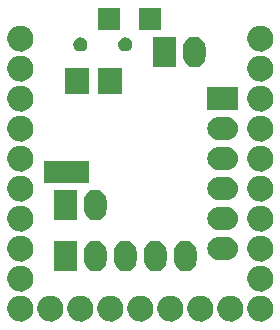
<source format=gbr>
G04 #@! TF.FileFunction,Soldermask,Bot*
%FSLAX46Y46*%
G04 Gerber Fmt 4.6, Leading zero omitted, Abs format (unit mm)*
G04 Created by KiCad (PCBNEW 0.201512051503+6347~38~ubuntu14.04.1-stable) date Sun 13 Dec 2015 13:51:11 CET*
%MOMM*%
G01*
G04 APERTURE LIST*
%ADD10C,0.100000*%
G04 APERTURE END LIST*
D10*
G36*
X138545538Y-114470726D02*
X138756852Y-114514103D01*
X138955721Y-114597699D01*
X139134563Y-114718330D01*
X139286569Y-114871401D01*
X139405948Y-115051080D01*
X139488153Y-115250525D01*
X139529848Y-115461101D01*
X139529848Y-115461132D01*
X139530047Y-115462139D01*
X139526606Y-115708534D01*
X139526380Y-115709531D01*
X139526379Y-115709567D01*
X139478821Y-115918891D01*
X139391077Y-116115969D01*
X139266728Y-116292245D01*
X139110506Y-116441012D01*
X138928369Y-116556600D01*
X138727243Y-116634611D01*
X138514800Y-116672071D01*
X138299126Y-116667553D01*
X138088434Y-116621230D01*
X137890758Y-116534867D01*
X137713613Y-116411749D01*
X137563760Y-116256571D01*
X137446902Y-116075243D01*
X137367491Y-115874673D01*
X137328547Y-115662488D01*
X137331560Y-115446792D01*
X137376412Y-115235780D01*
X137461392Y-115037505D01*
X137583269Y-114859508D01*
X137737396Y-114708576D01*
X137917904Y-114590455D01*
X138117922Y-114509643D01*
X138329823Y-114469220D01*
X138545538Y-114470726D01*
X138545538Y-114470726D01*
G37*
G36*
X141085538Y-114470726D02*
X141296852Y-114514103D01*
X141495721Y-114597699D01*
X141674563Y-114718330D01*
X141826569Y-114871401D01*
X141945948Y-115051080D01*
X142028153Y-115250525D01*
X142069848Y-115461101D01*
X142069848Y-115461132D01*
X142070047Y-115462139D01*
X142066606Y-115708534D01*
X142066380Y-115709531D01*
X142066379Y-115709567D01*
X142018821Y-115918891D01*
X141931077Y-116115969D01*
X141806728Y-116292245D01*
X141650506Y-116441012D01*
X141468369Y-116556600D01*
X141267243Y-116634611D01*
X141054800Y-116672071D01*
X140839126Y-116667553D01*
X140628434Y-116621230D01*
X140430758Y-116534867D01*
X140253613Y-116411749D01*
X140103760Y-116256571D01*
X139986902Y-116075243D01*
X139907491Y-115874673D01*
X139868547Y-115662488D01*
X139871560Y-115446792D01*
X139916412Y-115235780D01*
X140001392Y-115037505D01*
X140123269Y-114859508D01*
X140277396Y-114708576D01*
X140457904Y-114590455D01*
X140657922Y-114509643D01*
X140869823Y-114469220D01*
X141085538Y-114470726D01*
X141085538Y-114470726D01*
G37*
G36*
X143625538Y-114470726D02*
X143836852Y-114514103D01*
X144035721Y-114597699D01*
X144214563Y-114718330D01*
X144366569Y-114871401D01*
X144485948Y-115051080D01*
X144568153Y-115250525D01*
X144609848Y-115461101D01*
X144609848Y-115461132D01*
X144610047Y-115462139D01*
X144606606Y-115708534D01*
X144606380Y-115709531D01*
X144606379Y-115709567D01*
X144558821Y-115918891D01*
X144471077Y-116115969D01*
X144346728Y-116292245D01*
X144190506Y-116441012D01*
X144008369Y-116556600D01*
X143807243Y-116634611D01*
X143594800Y-116672071D01*
X143379126Y-116667553D01*
X143168434Y-116621230D01*
X142970758Y-116534867D01*
X142793613Y-116411749D01*
X142643760Y-116256571D01*
X142526902Y-116075243D01*
X142447491Y-115874673D01*
X142408547Y-115662488D01*
X142411560Y-115446792D01*
X142456412Y-115235780D01*
X142541392Y-115037505D01*
X142663269Y-114859508D01*
X142817396Y-114708576D01*
X142997904Y-114590455D01*
X143197922Y-114509643D01*
X143409823Y-114469220D01*
X143625538Y-114470726D01*
X143625538Y-114470726D01*
G37*
G36*
X146165538Y-114470726D02*
X146376852Y-114514103D01*
X146575721Y-114597699D01*
X146754563Y-114718330D01*
X146906569Y-114871401D01*
X147025948Y-115051080D01*
X147108153Y-115250525D01*
X147149848Y-115461101D01*
X147149848Y-115461132D01*
X147150047Y-115462139D01*
X147146606Y-115708534D01*
X147146380Y-115709531D01*
X147146379Y-115709567D01*
X147098821Y-115918891D01*
X147011077Y-116115969D01*
X146886728Y-116292245D01*
X146730506Y-116441012D01*
X146548369Y-116556600D01*
X146347243Y-116634611D01*
X146134800Y-116672071D01*
X145919126Y-116667553D01*
X145708434Y-116621230D01*
X145510758Y-116534867D01*
X145333613Y-116411749D01*
X145183760Y-116256571D01*
X145066902Y-116075243D01*
X144987491Y-115874673D01*
X144948547Y-115662488D01*
X144951560Y-115446792D01*
X144996412Y-115235780D01*
X145081392Y-115037505D01*
X145203269Y-114859508D01*
X145357396Y-114708576D01*
X145537904Y-114590455D01*
X145737922Y-114509643D01*
X145949823Y-114469220D01*
X146165538Y-114470726D01*
X146165538Y-114470726D01*
G37*
G36*
X148705538Y-114470726D02*
X148916852Y-114514103D01*
X149115721Y-114597699D01*
X149294563Y-114718330D01*
X149446569Y-114871401D01*
X149565948Y-115051080D01*
X149648153Y-115250525D01*
X149689848Y-115461101D01*
X149689848Y-115461132D01*
X149690047Y-115462139D01*
X149686606Y-115708534D01*
X149686380Y-115709531D01*
X149686379Y-115709567D01*
X149638821Y-115918891D01*
X149551077Y-116115969D01*
X149426728Y-116292245D01*
X149270506Y-116441012D01*
X149088369Y-116556600D01*
X148887243Y-116634611D01*
X148674800Y-116672071D01*
X148459126Y-116667553D01*
X148248434Y-116621230D01*
X148050758Y-116534867D01*
X147873613Y-116411749D01*
X147723760Y-116256571D01*
X147606902Y-116075243D01*
X147527491Y-115874673D01*
X147488547Y-115662488D01*
X147491560Y-115446792D01*
X147536412Y-115235780D01*
X147621392Y-115037505D01*
X147743269Y-114859508D01*
X147897396Y-114708576D01*
X148077904Y-114590455D01*
X148277922Y-114509643D01*
X148489823Y-114469220D01*
X148705538Y-114470726D01*
X148705538Y-114470726D01*
G37*
G36*
X153785538Y-114470726D02*
X153996852Y-114514103D01*
X154195721Y-114597699D01*
X154374563Y-114718330D01*
X154526569Y-114871401D01*
X154645948Y-115051080D01*
X154728153Y-115250525D01*
X154769848Y-115461101D01*
X154769848Y-115461132D01*
X154770047Y-115462139D01*
X154766606Y-115708534D01*
X154766380Y-115709531D01*
X154766379Y-115709567D01*
X154718821Y-115918891D01*
X154631077Y-116115969D01*
X154506728Y-116292245D01*
X154350506Y-116441012D01*
X154168369Y-116556600D01*
X153967243Y-116634611D01*
X153754800Y-116672071D01*
X153539126Y-116667553D01*
X153328434Y-116621230D01*
X153130758Y-116534867D01*
X152953613Y-116411749D01*
X152803760Y-116256571D01*
X152686902Y-116075243D01*
X152607491Y-115874673D01*
X152568547Y-115662488D01*
X152571560Y-115446792D01*
X152616412Y-115235780D01*
X152701392Y-115037505D01*
X152823269Y-114859508D01*
X152977396Y-114708576D01*
X153157904Y-114590455D01*
X153357922Y-114509643D01*
X153569823Y-114469220D01*
X153785538Y-114470726D01*
X153785538Y-114470726D01*
G37*
G36*
X156325538Y-114470726D02*
X156536852Y-114514103D01*
X156735721Y-114597699D01*
X156914563Y-114718330D01*
X157066569Y-114871401D01*
X157185948Y-115051080D01*
X157268153Y-115250525D01*
X157309848Y-115461101D01*
X157309848Y-115461132D01*
X157310047Y-115462139D01*
X157306606Y-115708534D01*
X157306380Y-115709531D01*
X157306379Y-115709567D01*
X157258821Y-115918891D01*
X157171077Y-116115969D01*
X157046728Y-116292245D01*
X156890506Y-116441012D01*
X156708369Y-116556600D01*
X156507243Y-116634611D01*
X156294800Y-116672071D01*
X156079126Y-116667553D01*
X155868434Y-116621230D01*
X155670758Y-116534867D01*
X155493613Y-116411749D01*
X155343760Y-116256571D01*
X155226902Y-116075243D01*
X155147491Y-115874673D01*
X155108547Y-115662488D01*
X155111560Y-115446792D01*
X155156412Y-115235780D01*
X155241392Y-115037505D01*
X155363269Y-114859508D01*
X155517396Y-114708576D01*
X155697904Y-114590455D01*
X155897922Y-114509643D01*
X156109823Y-114469220D01*
X156325538Y-114470726D01*
X156325538Y-114470726D01*
G37*
G36*
X158865538Y-114470726D02*
X159076852Y-114514103D01*
X159275721Y-114597699D01*
X159454563Y-114718330D01*
X159606569Y-114871401D01*
X159725948Y-115051080D01*
X159808153Y-115250525D01*
X159849848Y-115461101D01*
X159849848Y-115461132D01*
X159850047Y-115462139D01*
X159846606Y-115708534D01*
X159846380Y-115709531D01*
X159846379Y-115709567D01*
X159798821Y-115918891D01*
X159711077Y-116115969D01*
X159586728Y-116292245D01*
X159430506Y-116441012D01*
X159248369Y-116556600D01*
X159047243Y-116634611D01*
X158834800Y-116672071D01*
X158619126Y-116667553D01*
X158408434Y-116621230D01*
X158210758Y-116534867D01*
X158033613Y-116411749D01*
X157883760Y-116256571D01*
X157766902Y-116075243D01*
X157687491Y-115874673D01*
X157648547Y-115662488D01*
X157651560Y-115446792D01*
X157696412Y-115235780D01*
X157781392Y-115037505D01*
X157903269Y-114859508D01*
X158057396Y-114708576D01*
X158237904Y-114590455D01*
X158437922Y-114509643D01*
X158649823Y-114469220D01*
X158865538Y-114470726D01*
X158865538Y-114470726D01*
G37*
G36*
X151245538Y-114470726D02*
X151456852Y-114514103D01*
X151655721Y-114597699D01*
X151834563Y-114718330D01*
X151986569Y-114871401D01*
X152105948Y-115051080D01*
X152188153Y-115250525D01*
X152229848Y-115461101D01*
X152229848Y-115461132D01*
X152230047Y-115462139D01*
X152226606Y-115708534D01*
X152226380Y-115709531D01*
X152226379Y-115709567D01*
X152178821Y-115918891D01*
X152091077Y-116115969D01*
X151966728Y-116292245D01*
X151810506Y-116441012D01*
X151628369Y-116556600D01*
X151427243Y-116634611D01*
X151214800Y-116672071D01*
X150999126Y-116667553D01*
X150788434Y-116621230D01*
X150590758Y-116534867D01*
X150413613Y-116411749D01*
X150263760Y-116256571D01*
X150146902Y-116075243D01*
X150067491Y-115874673D01*
X150028547Y-115662488D01*
X150031560Y-115446792D01*
X150076412Y-115235780D01*
X150161392Y-115037505D01*
X150283269Y-114859508D01*
X150437396Y-114708576D01*
X150617904Y-114590455D01*
X150817922Y-114509643D01*
X151029823Y-114469220D01*
X151245538Y-114470726D01*
X151245538Y-114470726D01*
G37*
G36*
X158865538Y-111930726D02*
X159076852Y-111974103D01*
X159275721Y-112057699D01*
X159454563Y-112178330D01*
X159606569Y-112331401D01*
X159725948Y-112511080D01*
X159808153Y-112710525D01*
X159849848Y-112921101D01*
X159849848Y-112921132D01*
X159850047Y-112922139D01*
X159846606Y-113168534D01*
X159846380Y-113169531D01*
X159846379Y-113169567D01*
X159798821Y-113378891D01*
X159711077Y-113575969D01*
X159586728Y-113752245D01*
X159430506Y-113901012D01*
X159248369Y-114016600D01*
X159047243Y-114094611D01*
X158834800Y-114132071D01*
X158619126Y-114127553D01*
X158408434Y-114081230D01*
X158210758Y-113994867D01*
X158033613Y-113871749D01*
X157883760Y-113716571D01*
X157766902Y-113535243D01*
X157687491Y-113334673D01*
X157648547Y-113122488D01*
X157651560Y-112906792D01*
X157696412Y-112695780D01*
X157781392Y-112497505D01*
X157903269Y-112319508D01*
X158057396Y-112168576D01*
X158237904Y-112050455D01*
X158437922Y-111969643D01*
X158649823Y-111929220D01*
X158865538Y-111930726D01*
X158865538Y-111930726D01*
G37*
G36*
X138545538Y-111930726D02*
X138756852Y-111974103D01*
X138955721Y-112057699D01*
X139134563Y-112178330D01*
X139286569Y-112331401D01*
X139405948Y-112511080D01*
X139488153Y-112710525D01*
X139529848Y-112921101D01*
X139529848Y-112921132D01*
X139530047Y-112922139D01*
X139526606Y-113168534D01*
X139526380Y-113169531D01*
X139526379Y-113169567D01*
X139478821Y-113378891D01*
X139391077Y-113575969D01*
X139266728Y-113752245D01*
X139110506Y-113901012D01*
X138928369Y-114016600D01*
X138727243Y-114094611D01*
X138514800Y-114132071D01*
X138299126Y-114127553D01*
X138088434Y-114081230D01*
X137890758Y-113994867D01*
X137713613Y-113871749D01*
X137563760Y-113716571D01*
X137446902Y-113535243D01*
X137367491Y-113334673D01*
X137328547Y-113122488D01*
X137331560Y-112906792D01*
X137376412Y-112695780D01*
X137461392Y-112497505D01*
X137583269Y-112319508D01*
X137737396Y-112168576D01*
X137917904Y-112050455D01*
X138117922Y-111969643D01*
X138329823Y-111929220D01*
X138545538Y-111930726D01*
X138545538Y-111930726D01*
G37*
G36*
X152593290Y-109838517D02*
X152593327Y-109838528D01*
X152593437Y-109838540D01*
X152772790Y-109894059D01*
X152937944Y-109983357D01*
X153082607Y-110103033D01*
X153201270Y-110248528D01*
X153289413Y-110414301D01*
X153343679Y-110594038D01*
X153362000Y-110780891D01*
X153362000Y-111469367D01*
X153361951Y-111476452D01*
X153361948Y-111476475D01*
X153361906Y-111482541D01*
X153340978Y-111669120D01*
X153284208Y-111848081D01*
X153193759Y-112012607D01*
X153073076Y-112156432D01*
X152926756Y-112274076D01*
X152760372Y-112361060D01*
X152580261Y-112414069D01*
X152580162Y-112414078D01*
X152580128Y-112414088D01*
X152393286Y-112431092D01*
X152206710Y-112411483D01*
X152206673Y-112411472D01*
X152206563Y-112411460D01*
X152027210Y-112355941D01*
X151862056Y-112266643D01*
X151717393Y-112146967D01*
X151598730Y-112001472D01*
X151510587Y-111835699D01*
X151456321Y-111655962D01*
X151438000Y-111469109D01*
X151438000Y-110780633D01*
X151438049Y-110773548D01*
X151438052Y-110773525D01*
X151438094Y-110767459D01*
X151459022Y-110580880D01*
X151515792Y-110401919D01*
X151606241Y-110237393D01*
X151726924Y-110093568D01*
X151873244Y-109975924D01*
X152039628Y-109888940D01*
X152219739Y-109835931D01*
X152219838Y-109835922D01*
X152219872Y-109835912D01*
X152406714Y-109818908D01*
X152593290Y-109838517D01*
X152593290Y-109838517D01*
G37*
G36*
X150053290Y-109838517D02*
X150053327Y-109838528D01*
X150053437Y-109838540D01*
X150232790Y-109894059D01*
X150397944Y-109983357D01*
X150542607Y-110103033D01*
X150661270Y-110248528D01*
X150749413Y-110414301D01*
X150803679Y-110594038D01*
X150822000Y-110780891D01*
X150822000Y-111469367D01*
X150821951Y-111476452D01*
X150821948Y-111476475D01*
X150821906Y-111482541D01*
X150800978Y-111669120D01*
X150744208Y-111848081D01*
X150653759Y-112012607D01*
X150533076Y-112156432D01*
X150386756Y-112274076D01*
X150220372Y-112361060D01*
X150040261Y-112414069D01*
X150040162Y-112414078D01*
X150040128Y-112414088D01*
X149853286Y-112431092D01*
X149666710Y-112411483D01*
X149666673Y-112411472D01*
X149666563Y-112411460D01*
X149487210Y-112355941D01*
X149322056Y-112266643D01*
X149177393Y-112146967D01*
X149058730Y-112001472D01*
X148970587Y-111835699D01*
X148916321Y-111655962D01*
X148898000Y-111469109D01*
X148898000Y-110780633D01*
X148898049Y-110773548D01*
X148898052Y-110773525D01*
X148898094Y-110767459D01*
X148919022Y-110580880D01*
X148975792Y-110401919D01*
X149066241Y-110237393D01*
X149186924Y-110093568D01*
X149333244Y-109975924D01*
X149499628Y-109888940D01*
X149679739Y-109835931D01*
X149679838Y-109835922D01*
X149679872Y-109835912D01*
X149866714Y-109818908D01*
X150053290Y-109838517D01*
X150053290Y-109838517D01*
G37*
G36*
X147513290Y-109838517D02*
X147513327Y-109838528D01*
X147513437Y-109838540D01*
X147692790Y-109894059D01*
X147857944Y-109983357D01*
X148002607Y-110103033D01*
X148121270Y-110248528D01*
X148209413Y-110414301D01*
X148263679Y-110594038D01*
X148282000Y-110780891D01*
X148282000Y-111469367D01*
X148281951Y-111476452D01*
X148281948Y-111476475D01*
X148281906Y-111482541D01*
X148260978Y-111669120D01*
X148204208Y-111848081D01*
X148113759Y-112012607D01*
X147993076Y-112156432D01*
X147846756Y-112274076D01*
X147680372Y-112361060D01*
X147500261Y-112414069D01*
X147500162Y-112414078D01*
X147500128Y-112414088D01*
X147313286Y-112431092D01*
X147126710Y-112411483D01*
X147126673Y-112411472D01*
X147126563Y-112411460D01*
X146947210Y-112355941D01*
X146782056Y-112266643D01*
X146637393Y-112146967D01*
X146518730Y-112001472D01*
X146430587Y-111835699D01*
X146376321Y-111655962D01*
X146358000Y-111469109D01*
X146358000Y-110780633D01*
X146358049Y-110773548D01*
X146358052Y-110773525D01*
X146358094Y-110767459D01*
X146379022Y-110580880D01*
X146435792Y-110401919D01*
X146526241Y-110237393D01*
X146646924Y-110093568D01*
X146793244Y-109975924D01*
X146959628Y-109888940D01*
X147139739Y-109835931D01*
X147139838Y-109835922D01*
X147139872Y-109835912D01*
X147326714Y-109818908D01*
X147513290Y-109838517D01*
X147513290Y-109838517D01*
G37*
G36*
X144973290Y-109838517D02*
X144973327Y-109838528D01*
X144973437Y-109838540D01*
X145152790Y-109894059D01*
X145317944Y-109983357D01*
X145462607Y-110103033D01*
X145581270Y-110248528D01*
X145669413Y-110414301D01*
X145723679Y-110594038D01*
X145742000Y-110780891D01*
X145742000Y-111469367D01*
X145741951Y-111476452D01*
X145741948Y-111476475D01*
X145741906Y-111482541D01*
X145720978Y-111669120D01*
X145664208Y-111848081D01*
X145573759Y-112012607D01*
X145453076Y-112156432D01*
X145306756Y-112274076D01*
X145140372Y-112361060D01*
X144960261Y-112414069D01*
X144960162Y-112414078D01*
X144960128Y-112414088D01*
X144773286Y-112431092D01*
X144586710Y-112411483D01*
X144586673Y-112411472D01*
X144586563Y-112411460D01*
X144407210Y-112355941D01*
X144242056Y-112266643D01*
X144097393Y-112146967D01*
X143978730Y-112001472D01*
X143890587Y-111835699D01*
X143836321Y-111655962D01*
X143818000Y-111469109D01*
X143818000Y-110780633D01*
X143818049Y-110773548D01*
X143818052Y-110773525D01*
X143818094Y-110767459D01*
X143839022Y-110580880D01*
X143895792Y-110401919D01*
X143986241Y-110237393D01*
X144106924Y-110093568D01*
X144253244Y-109975924D01*
X144419628Y-109888940D01*
X144599739Y-109835931D01*
X144599838Y-109835922D01*
X144599872Y-109835912D01*
X144786714Y-109818908D01*
X144973290Y-109838517D01*
X144973290Y-109838517D01*
G37*
G36*
X143202000Y-112424820D02*
X141278000Y-112424820D01*
X141278000Y-109825180D01*
X143202000Y-109825180D01*
X143202000Y-112424820D01*
X143202000Y-112424820D01*
G37*
G36*
X138545538Y-109390726D02*
X138756852Y-109434103D01*
X138955721Y-109517699D01*
X139134563Y-109638330D01*
X139286569Y-109791401D01*
X139405948Y-109971080D01*
X139488153Y-110170525D01*
X139529848Y-110381101D01*
X139529848Y-110381132D01*
X139530047Y-110382139D01*
X139526606Y-110628534D01*
X139526380Y-110629531D01*
X139526379Y-110629567D01*
X139478821Y-110838891D01*
X139391077Y-111035969D01*
X139266728Y-111212245D01*
X139110506Y-111361012D01*
X138928369Y-111476600D01*
X138727243Y-111554611D01*
X138514800Y-111592071D01*
X138299126Y-111587553D01*
X138088434Y-111541230D01*
X137890758Y-111454867D01*
X137713613Y-111331749D01*
X137563760Y-111176571D01*
X137446902Y-110995243D01*
X137367491Y-110794673D01*
X137328547Y-110582488D01*
X137331560Y-110366792D01*
X137376412Y-110155780D01*
X137461392Y-109957505D01*
X137583269Y-109779508D01*
X137737396Y-109628576D01*
X137917904Y-109510455D01*
X138117922Y-109429643D01*
X138329823Y-109389220D01*
X138545538Y-109390726D01*
X138545538Y-109390726D01*
G37*
G36*
X158865538Y-109390726D02*
X159076852Y-109434103D01*
X159275721Y-109517699D01*
X159454563Y-109638330D01*
X159606569Y-109791401D01*
X159725948Y-109971080D01*
X159808153Y-110170525D01*
X159849848Y-110381101D01*
X159849848Y-110381132D01*
X159850047Y-110382139D01*
X159846606Y-110628534D01*
X159846380Y-110629531D01*
X159846379Y-110629567D01*
X159798821Y-110838891D01*
X159711077Y-111035969D01*
X159586728Y-111212245D01*
X159430506Y-111361012D01*
X159248369Y-111476600D01*
X159047243Y-111554611D01*
X158834800Y-111592071D01*
X158619126Y-111587553D01*
X158408434Y-111541230D01*
X158210758Y-111454867D01*
X158033613Y-111331749D01*
X157883760Y-111176571D01*
X157766902Y-110995243D01*
X157687491Y-110794673D01*
X157648547Y-110582488D01*
X157651560Y-110366792D01*
X157696412Y-110155780D01*
X157781392Y-109957505D01*
X157903269Y-109779508D01*
X158057396Y-109628576D01*
X158237904Y-109510455D01*
X158437922Y-109429643D01*
X158649823Y-109389220D01*
X158865538Y-109390726D01*
X158865538Y-109390726D01*
G37*
G36*
X155926452Y-109528049D02*
X155926475Y-109528052D01*
X155932541Y-109528094D01*
X156119120Y-109549022D01*
X156298081Y-109605792D01*
X156462607Y-109696241D01*
X156606432Y-109816924D01*
X156724076Y-109963244D01*
X156811060Y-110129628D01*
X156864069Y-110309739D01*
X156864078Y-110309838D01*
X156864088Y-110309872D01*
X156881092Y-110496714D01*
X156861483Y-110683290D01*
X156861472Y-110683327D01*
X156861460Y-110683437D01*
X156805941Y-110862790D01*
X156716643Y-111027944D01*
X156596967Y-111172607D01*
X156451472Y-111291270D01*
X156285699Y-111379413D01*
X156105962Y-111433679D01*
X155919109Y-111452000D01*
X155230633Y-111452000D01*
X155223548Y-111451951D01*
X155223525Y-111451948D01*
X155217459Y-111451906D01*
X155030880Y-111430978D01*
X154851919Y-111374208D01*
X154687393Y-111283759D01*
X154543568Y-111163076D01*
X154425924Y-111016756D01*
X154338940Y-110850372D01*
X154285931Y-110670261D01*
X154285922Y-110670162D01*
X154285912Y-110670128D01*
X154268908Y-110483286D01*
X154288517Y-110296710D01*
X154288528Y-110296673D01*
X154288540Y-110296563D01*
X154344059Y-110117210D01*
X154433357Y-109952056D01*
X154553033Y-109807393D01*
X154698528Y-109688730D01*
X154864301Y-109600587D01*
X155044038Y-109546321D01*
X155230891Y-109528000D01*
X155919367Y-109528000D01*
X155926452Y-109528049D01*
X155926452Y-109528049D01*
G37*
G36*
X138545538Y-106850726D02*
X138756852Y-106894103D01*
X138955721Y-106977699D01*
X139134563Y-107098330D01*
X139286569Y-107251401D01*
X139405948Y-107431080D01*
X139488153Y-107630525D01*
X139529848Y-107841101D01*
X139529848Y-107841132D01*
X139530047Y-107842139D01*
X139526606Y-108088534D01*
X139526380Y-108089531D01*
X139526379Y-108089567D01*
X139478821Y-108298891D01*
X139391077Y-108495969D01*
X139266728Y-108672245D01*
X139110506Y-108821012D01*
X138928369Y-108936600D01*
X138727243Y-109014611D01*
X138514800Y-109052071D01*
X138299126Y-109047553D01*
X138088434Y-109001230D01*
X137890758Y-108914867D01*
X137713613Y-108791749D01*
X137563760Y-108636571D01*
X137446902Y-108455243D01*
X137367491Y-108254673D01*
X137328547Y-108042488D01*
X137331560Y-107826792D01*
X137376412Y-107615780D01*
X137461392Y-107417505D01*
X137583269Y-107239508D01*
X137737396Y-107088576D01*
X137917904Y-106970455D01*
X138117922Y-106889643D01*
X138329823Y-106849220D01*
X138545538Y-106850726D01*
X138545538Y-106850726D01*
G37*
G36*
X158865538Y-106850726D02*
X159076852Y-106894103D01*
X159275721Y-106977699D01*
X159454563Y-107098330D01*
X159606569Y-107251401D01*
X159725948Y-107431080D01*
X159808153Y-107630525D01*
X159849848Y-107841101D01*
X159849848Y-107841132D01*
X159850047Y-107842139D01*
X159846606Y-108088534D01*
X159846380Y-108089531D01*
X159846379Y-108089567D01*
X159798821Y-108298891D01*
X159711077Y-108495969D01*
X159586728Y-108672245D01*
X159430506Y-108821012D01*
X159248369Y-108936600D01*
X159047243Y-109014611D01*
X158834800Y-109052071D01*
X158619126Y-109047553D01*
X158408434Y-109001230D01*
X158210758Y-108914867D01*
X158033613Y-108791749D01*
X157883760Y-108636571D01*
X157766902Y-108455243D01*
X157687491Y-108254673D01*
X157648547Y-108042488D01*
X157651560Y-107826792D01*
X157696412Y-107615780D01*
X157781392Y-107417505D01*
X157903269Y-107239508D01*
X158057396Y-107088576D01*
X158237904Y-106970455D01*
X158437922Y-106889643D01*
X158649823Y-106849220D01*
X158865538Y-106850726D01*
X158865538Y-106850726D01*
G37*
G36*
X155926452Y-106988049D02*
X155926475Y-106988052D01*
X155932541Y-106988094D01*
X156119120Y-107009022D01*
X156298081Y-107065792D01*
X156462607Y-107156241D01*
X156606432Y-107276924D01*
X156724076Y-107423244D01*
X156811060Y-107589628D01*
X156864069Y-107769739D01*
X156864078Y-107769838D01*
X156864088Y-107769872D01*
X156881092Y-107956714D01*
X156861483Y-108143290D01*
X156861472Y-108143327D01*
X156861460Y-108143437D01*
X156805941Y-108322790D01*
X156716643Y-108487944D01*
X156596967Y-108632607D01*
X156451472Y-108751270D01*
X156285699Y-108839413D01*
X156105962Y-108893679D01*
X155919109Y-108912000D01*
X155230633Y-108912000D01*
X155223548Y-108911951D01*
X155223525Y-108911948D01*
X155217459Y-108911906D01*
X155030880Y-108890978D01*
X154851919Y-108834208D01*
X154687393Y-108743759D01*
X154543568Y-108623076D01*
X154425924Y-108476756D01*
X154338940Y-108310372D01*
X154285931Y-108130261D01*
X154285922Y-108130162D01*
X154285912Y-108130128D01*
X154268908Y-107943286D01*
X154288517Y-107756710D01*
X154288528Y-107756673D01*
X154288540Y-107756563D01*
X154344059Y-107577210D01*
X154433357Y-107412056D01*
X154553033Y-107267393D01*
X154698528Y-107148730D01*
X154864301Y-107060587D01*
X155044038Y-107006321D01*
X155230891Y-106988000D01*
X155919367Y-106988000D01*
X155926452Y-106988049D01*
X155926452Y-106988049D01*
G37*
G36*
X144973290Y-105520517D02*
X144973327Y-105520528D01*
X144973437Y-105520540D01*
X145152790Y-105576059D01*
X145317944Y-105665357D01*
X145462607Y-105785033D01*
X145581270Y-105930528D01*
X145669413Y-106096301D01*
X145723679Y-106276038D01*
X145742000Y-106462891D01*
X145742000Y-107151367D01*
X145741951Y-107158452D01*
X145741948Y-107158475D01*
X145741906Y-107164541D01*
X145720978Y-107351120D01*
X145664208Y-107530081D01*
X145573759Y-107694607D01*
X145453076Y-107838432D01*
X145306756Y-107956076D01*
X145140372Y-108043060D01*
X144960261Y-108096069D01*
X144960162Y-108096078D01*
X144960128Y-108096088D01*
X144773286Y-108113092D01*
X144586710Y-108093483D01*
X144586673Y-108093472D01*
X144586563Y-108093460D01*
X144407210Y-108037941D01*
X144242056Y-107948643D01*
X144097393Y-107828967D01*
X143978730Y-107683472D01*
X143890587Y-107517699D01*
X143836321Y-107337962D01*
X143818000Y-107151109D01*
X143818000Y-106462633D01*
X143818049Y-106455548D01*
X143818052Y-106455525D01*
X143818094Y-106449459D01*
X143839022Y-106262880D01*
X143895792Y-106083919D01*
X143986241Y-105919393D01*
X144106924Y-105775568D01*
X144253244Y-105657924D01*
X144419628Y-105570940D01*
X144599739Y-105517931D01*
X144599838Y-105517922D01*
X144599872Y-105517912D01*
X144786714Y-105500908D01*
X144973290Y-105520517D01*
X144973290Y-105520517D01*
G37*
G36*
X143202000Y-108106820D02*
X141278000Y-108106820D01*
X141278000Y-105507180D01*
X143202000Y-105507180D01*
X143202000Y-108106820D01*
X143202000Y-108106820D01*
G37*
G36*
X138545538Y-104310726D02*
X138756852Y-104354103D01*
X138955721Y-104437699D01*
X139134563Y-104558330D01*
X139286569Y-104711401D01*
X139405948Y-104891080D01*
X139488153Y-105090525D01*
X139529848Y-105301101D01*
X139529848Y-105301132D01*
X139530047Y-105302139D01*
X139526606Y-105548534D01*
X139526380Y-105549531D01*
X139526379Y-105549567D01*
X139478821Y-105758891D01*
X139391077Y-105955969D01*
X139266728Y-106132245D01*
X139110506Y-106281012D01*
X138928369Y-106396600D01*
X138727243Y-106474611D01*
X138514800Y-106512071D01*
X138299126Y-106507553D01*
X138088434Y-106461230D01*
X137890758Y-106374867D01*
X137713613Y-106251749D01*
X137563760Y-106096571D01*
X137446902Y-105915243D01*
X137367491Y-105714673D01*
X137328547Y-105502488D01*
X137331560Y-105286792D01*
X137376412Y-105075780D01*
X137461392Y-104877505D01*
X137583269Y-104699508D01*
X137737396Y-104548576D01*
X137917904Y-104430455D01*
X138117922Y-104349643D01*
X138329823Y-104309220D01*
X138545538Y-104310726D01*
X138545538Y-104310726D01*
G37*
G36*
X158865538Y-104310726D02*
X159076852Y-104354103D01*
X159275721Y-104437699D01*
X159454563Y-104558330D01*
X159606569Y-104711401D01*
X159725948Y-104891080D01*
X159808153Y-105090525D01*
X159849848Y-105301101D01*
X159849848Y-105301132D01*
X159850047Y-105302139D01*
X159846606Y-105548534D01*
X159846380Y-105549531D01*
X159846379Y-105549567D01*
X159798821Y-105758891D01*
X159711077Y-105955969D01*
X159586728Y-106132245D01*
X159430506Y-106281012D01*
X159248369Y-106396600D01*
X159047243Y-106474611D01*
X158834800Y-106512071D01*
X158619126Y-106507553D01*
X158408434Y-106461230D01*
X158210758Y-106374867D01*
X158033613Y-106251749D01*
X157883760Y-106096571D01*
X157766902Y-105915243D01*
X157687491Y-105714673D01*
X157648547Y-105502488D01*
X157651560Y-105286792D01*
X157696412Y-105075780D01*
X157781392Y-104877505D01*
X157903269Y-104699508D01*
X158057396Y-104548576D01*
X158237904Y-104430455D01*
X158437922Y-104349643D01*
X158649823Y-104309220D01*
X158865538Y-104310726D01*
X158865538Y-104310726D01*
G37*
G36*
X155926452Y-104448049D02*
X155926475Y-104448052D01*
X155932541Y-104448094D01*
X156119120Y-104469022D01*
X156298081Y-104525792D01*
X156462607Y-104616241D01*
X156606432Y-104736924D01*
X156724076Y-104883244D01*
X156811060Y-105049628D01*
X156864069Y-105229739D01*
X156864078Y-105229838D01*
X156864088Y-105229872D01*
X156881092Y-105416714D01*
X156861483Y-105603290D01*
X156861472Y-105603327D01*
X156861460Y-105603437D01*
X156805941Y-105782790D01*
X156716643Y-105947944D01*
X156596967Y-106092607D01*
X156451472Y-106211270D01*
X156285699Y-106299413D01*
X156105962Y-106353679D01*
X155919109Y-106372000D01*
X155230633Y-106372000D01*
X155223548Y-106371951D01*
X155223525Y-106371948D01*
X155217459Y-106371906D01*
X155030880Y-106350978D01*
X154851919Y-106294208D01*
X154687393Y-106203759D01*
X154543568Y-106083076D01*
X154425924Y-105936756D01*
X154338940Y-105770372D01*
X154285931Y-105590261D01*
X154285922Y-105590162D01*
X154285912Y-105590128D01*
X154268908Y-105403286D01*
X154288517Y-105216710D01*
X154288528Y-105216673D01*
X154288540Y-105216563D01*
X154344059Y-105037210D01*
X154433357Y-104872056D01*
X154553033Y-104727393D01*
X154698528Y-104608730D01*
X154864301Y-104520587D01*
X155044038Y-104466321D01*
X155230891Y-104448000D01*
X155919367Y-104448000D01*
X155926452Y-104448049D01*
X155926452Y-104448049D01*
G37*
G36*
X144206570Y-104963570D02*
X140400430Y-104963570D01*
X140400430Y-103062430D01*
X144206570Y-103062430D01*
X144206570Y-104963570D01*
X144206570Y-104963570D01*
G37*
G36*
X138545538Y-101770726D02*
X138756852Y-101814103D01*
X138955721Y-101897699D01*
X139134563Y-102018330D01*
X139286569Y-102171401D01*
X139405948Y-102351080D01*
X139488153Y-102550525D01*
X139529848Y-102761101D01*
X139529848Y-102761132D01*
X139530047Y-102762139D01*
X139526606Y-103008534D01*
X139526380Y-103009531D01*
X139526379Y-103009567D01*
X139478821Y-103218891D01*
X139391077Y-103415969D01*
X139266728Y-103592245D01*
X139110506Y-103741012D01*
X138928369Y-103856600D01*
X138727243Y-103934611D01*
X138514800Y-103972071D01*
X138299126Y-103967553D01*
X138088434Y-103921230D01*
X137890758Y-103834867D01*
X137713613Y-103711749D01*
X137563760Y-103556571D01*
X137446902Y-103375243D01*
X137367491Y-103174673D01*
X137328547Y-102962488D01*
X137331560Y-102746792D01*
X137376412Y-102535780D01*
X137461392Y-102337505D01*
X137583269Y-102159508D01*
X137737396Y-102008576D01*
X137917904Y-101890455D01*
X138117922Y-101809643D01*
X138329823Y-101769220D01*
X138545538Y-101770726D01*
X138545538Y-101770726D01*
G37*
G36*
X158865538Y-101770726D02*
X159076852Y-101814103D01*
X159275721Y-101897699D01*
X159454563Y-102018330D01*
X159606569Y-102171401D01*
X159725948Y-102351080D01*
X159808153Y-102550525D01*
X159849848Y-102761101D01*
X159849848Y-102761132D01*
X159850047Y-102762139D01*
X159846606Y-103008534D01*
X159846380Y-103009531D01*
X159846379Y-103009567D01*
X159798821Y-103218891D01*
X159711077Y-103415969D01*
X159586728Y-103592245D01*
X159430506Y-103741012D01*
X159248369Y-103856600D01*
X159047243Y-103934611D01*
X158834800Y-103972071D01*
X158619126Y-103967553D01*
X158408434Y-103921230D01*
X158210758Y-103834867D01*
X158033613Y-103711749D01*
X157883760Y-103556571D01*
X157766902Y-103375243D01*
X157687491Y-103174673D01*
X157648547Y-102962488D01*
X157651560Y-102746792D01*
X157696412Y-102535780D01*
X157781392Y-102337505D01*
X157903269Y-102159508D01*
X158057396Y-102008576D01*
X158237904Y-101890455D01*
X158437922Y-101809643D01*
X158649823Y-101769220D01*
X158865538Y-101770726D01*
X158865538Y-101770726D01*
G37*
G36*
X155926452Y-101908049D02*
X155926475Y-101908052D01*
X155932541Y-101908094D01*
X156119120Y-101929022D01*
X156298081Y-101985792D01*
X156462607Y-102076241D01*
X156606432Y-102196924D01*
X156724076Y-102343244D01*
X156811060Y-102509628D01*
X156864069Y-102689739D01*
X156864078Y-102689838D01*
X156864088Y-102689872D01*
X156881092Y-102876714D01*
X156861483Y-103063290D01*
X156861472Y-103063327D01*
X156861460Y-103063437D01*
X156805941Y-103242790D01*
X156716643Y-103407944D01*
X156596967Y-103552607D01*
X156451472Y-103671270D01*
X156285699Y-103759413D01*
X156105962Y-103813679D01*
X155919109Y-103832000D01*
X155230633Y-103832000D01*
X155223548Y-103831951D01*
X155223525Y-103831948D01*
X155217459Y-103831906D01*
X155030880Y-103810978D01*
X154851919Y-103754208D01*
X154687393Y-103663759D01*
X154543568Y-103543076D01*
X154425924Y-103396756D01*
X154338940Y-103230372D01*
X154285931Y-103050261D01*
X154285922Y-103050162D01*
X154285912Y-103050128D01*
X154268908Y-102863286D01*
X154288517Y-102676710D01*
X154288528Y-102676673D01*
X154288540Y-102676563D01*
X154344059Y-102497210D01*
X154433357Y-102332056D01*
X154553033Y-102187393D01*
X154698528Y-102068730D01*
X154864301Y-101980587D01*
X155044038Y-101926321D01*
X155230891Y-101908000D01*
X155919367Y-101908000D01*
X155926452Y-101908049D01*
X155926452Y-101908049D01*
G37*
G36*
X138545538Y-99230726D02*
X138756852Y-99274103D01*
X138955721Y-99357699D01*
X139134563Y-99478330D01*
X139286569Y-99631401D01*
X139405948Y-99811080D01*
X139488153Y-100010525D01*
X139529848Y-100221101D01*
X139529848Y-100221132D01*
X139530047Y-100222139D01*
X139526606Y-100468534D01*
X139526380Y-100469531D01*
X139526379Y-100469567D01*
X139478821Y-100678891D01*
X139391077Y-100875969D01*
X139266728Y-101052245D01*
X139110506Y-101201012D01*
X138928369Y-101316600D01*
X138727243Y-101394611D01*
X138514800Y-101432071D01*
X138299126Y-101427553D01*
X138088434Y-101381230D01*
X137890758Y-101294867D01*
X137713613Y-101171749D01*
X137563760Y-101016571D01*
X137446902Y-100835243D01*
X137367491Y-100634673D01*
X137328547Y-100422488D01*
X137331560Y-100206792D01*
X137376412Y-99995780D01*
X137461392Y-99797505D01*
X137583269Y-99619508D01*
X137737396Y-99468576D01*
X137917904Y-99350455D01*
X138117922Y-99269643D01*
X138329823Y-99229220D01*
X138545538Y-99230726D01*
X138545538Y-99230726D01*
G37*
G36*
X158865538Y-99230726D02*
X159076852Y-99274103D01*
X159275721Y-99357699D01*
X159454563Y-99478330D01*
X159606569Y-99631401D01*
X159725948Y-99811080D01*
X159808153Y-100010525D01*
X159849848Y-100221101D01*
X159849848Y-100221132D01*
X159850047Y-100222139D01*
X159846606Y-100468534D01*
X159846380Y-100469531D01*
X159846379Y-100469567D01*
X159798821Y-100678891D01*
X159711077Y-100875969D01*
X159586728Y-101052245D01*
X159430506Y-101201012D01*
X159248369Y-101316600D01*
X159047243Y-101394611D01*
X158834800Y-101432071D01*
X158619126Y-101427553D01*
X158408434Y-101381230D01*
X158210758Y-101294867D01*
X158033613Y-101171749D01*
X157883760Y-101016571D01*
X157766902Y-100835243D01*
X157687491Y-100634673D01*
X157648547Y-100422488D01*
X157651560Y-100206792D01*
X157696412Y-99995780D01*
X157781392Y-99797505D01*
X157903269Y-99619508D01*
X158057396Y-99468576D01*
X158237904Y-99350455D01*
X158437922Y-99269643D01*
X158649823Y-99229220D01*
X158865538Y-99230726D01*
X158865538Y-99230726D01*
G37*
G36*
X155926452Y-99368049D02*
X155926475Y-99368052D01*
X155932541Y-99368094D01*
X156119120Y-99389022D01*
X156298081Y-99445792D01*
X156462607Y-99536241D01*
X156606432Y-99656924D01*
X156724076Y-99803244D01*
X156811060Y-99969628D01*
X156864069Y-100149739D01*
X156864078Y-100149838D01*
X156864088Y-100149872D01*
X156881092Y-100336714D01*
X156861483Y-100523290D01*
X156861472Y-100523327D01*
X156861460Y-100523437D01*
X156805941Y-100702790D01*
X156716643Y-100867944D01*
X156596967Y-101012607D01*
X156451472Y-101131270D01*
X156285699Y-101219413D01*
X156105962Y-101273679D01*
X155919109Y-101292000D01*
X155230633Y-101292000D01*
X155223548Y-101291951D01*
X155223525Y-101291948D01*
X155217459Y-101291906D01*
X155030880Y-101270978D01*
X154851919Y-101214208D01*
X154687393Y-101123759D01*
X154543568Y-101003076D01*
X154425924Y-100856756D01*
X154338940Y-100690372D01*
X154285931Y-100510261D01*
X154285922Y-100510162D01*
X154285912Y-100510128D01*
X154268908Y-100323286D01*
X154288517Y-100136710D01*
X154288528Y-100136673D01*
X154288540Y-100136563D01*
X154344059Y-99957210D01*
X154433357Y-99792056D01*
X154553033Y-99647393D01*
X154698528Y-99528730D01*
X154864301Y-99440587D01*
X155044038Y-99386321D01*
X155230891Y-99368000D01*
X155919367Y-99368000D01*
X155926452Y-99368049D01*
X155926452Y-99368049D01*
G37*
G36*
X158865538Y-96690726D02*
X159076852Y-96734103D01*
X159275721Y-96817699D01*
X159454563Y-96938330D01*
X159606569Y-97091401D01*
X159725948Y-97271080D01*
X159808153Y-97470525D01*
X159849848Y-97681101D01*
X159849848Y-97681132D01*
X159850047Y-97682139D01*
X159846606Y-97928534D01*
X159846380Y-97929531D01*
X159846379Y-97929567D01*
X159798821Y-98138891D01*
X159711077Y-98335969D01*
X159586728Y-98512245D01*
X159430506Y-98661012D01*
X159248369Y-98776600D01*
X159047243Y-98854611D01*
X158834800Y-98892071D01*
X158619126Y-98887553D01*
X158408434Y-98841230D01*
X158210758Y-98754867D01*
X158033613Y-98631749D01*
X157883760Y-98476571D01*
X157766902Y-98295243D01*
X157687491Y-98094673D01*
X157648547Y-97882488D01*
X157651560Y-97666792D01*
X157696412Y-97455780D01*
X157781392Y-97257505D01*
X157903269Y-97079508D01*
X158057396Y-96928576D01*
X158237904Y-96810455D01*
X158437922Y-96729643D01*
X158649823Y-96689220D01*
X158865538Y-96690726D01*
X158865538Y-96690726D01*
G37*
G36*
X138545538Y-96690726D02*
X138756852Y-96734103D01*
X138955721Y-96817699D01*
X139134563Y-96938330D01*
X139286569Y-97091401D01*
X139405948Y-97271080D01*
X139488153Y-97470525D01*
X139529848Y-97681101D01*
X139529848Y-97681132D01*
X139530047Y-97682139D01*
X139526606Y-97928534D01*
X139526380Y-97929531D01*
X139526379Y-97929567D01*
X139478821Y-98138891D01*
X139391077Y-98335969D01*
X139266728Y-98512245D01*
X139110506Y-98661012D01*
X138928369Y-98776600D01*
X138727243Y-98854611D01*
X138514800Y-98892071D01*
X138299126Y-98887553D01*
X138088434Y-98841230D01*
X137890758Y-98754867D01*
X137713613Y-98631749D01*
X137563760Y-98476571D01*
X137446902Y-98295243D01*
X137367491Y-98094673D01*
X137328547Y-97882488D01*
X137331560Y-97666792D01*
X137376412Y-97455780D01*
X137461392Y-97257505D01*
X137583269Y-97079508D01*
X137737396Y-96928576D01*
X137917904Y-96810455D01*
X138117922Y-96729643D01*
X138329823Y-96689220D01*
X138545538Y-96690726D01*
X138545538Y-96690726D01*
G37*
G36*
X156874820Y-98752000D02*
X154275180Y-98752000D01*
X154275180Y-96828000D01*
X156874820Y-96828000D01*
X156874820Y-98752000D01*
X156874820Y-98752000D01*
G37*
G36*
X147050100Y-97367700D02*
X145049900Y-97367700D01*
X145049900Y-95164300D01*
X147050100Y-95164300D01*
X147050100Y-97367700D01*
X147050100Y-97367700D01*
G37*
G36*
X144256100Y-97367700D02*
X142255900Y-97367700D01*
X142255900Y-95164300D01*
X144256100Y-95164300D01*
X144256100Y-97367700D01*
X144256100Y-97367700D01*
G37*
G36*
X138545538Y-94150726D02*
X138756852Y-94194103D01*
X138955721Y-94277699D01*
X139134563Y-94398330D01*
X139286569Y-94551401D01*
X139405948Y-94731080D01*
X139488153Y-94930525D01*
X139529848Y-95141101D01*
X139529848Y-95141132D01*
X139530047Y-95142139D01*
X139526606Y-95388534D01*
X139526380Y-95389531D01*
X139526379Y-95389567D01*
X139478821Y-95598891D01*
X139391077Y-95795969D01*
X139266728Y-95972245D01*
X139110506Y-96121012D01*
X138928369Y-96236600D01*
X138727243Y-96314611D01*
X138514800Y-96352071D01*
X138299126Y-96347553D01*
X138088434Y-96301230D01*
X137890758Y-96214867D01*
X137713613Y-96091749D01*
X137563760Y-95936571D01*
X137446902Y-95755243D01*
X137367491Y-95554673D01*
X137328547Y-95342488D01*
X137331560Y-95126792D01*
X137376412Y-94915780D01*
X137461392Y-94717505D01*
X137583269Y-94539508D01*
X137737396Y-94388576D01*
X137917904Y-94270455D01*
X138117922Y-94189643D01*
X138329823Y-94149220D01*
X138545538Y-94150726D01*
X138545538Y-94150726D01*
G37*
G36*
X158865538Y-94150726D02*
X159076852Y-94194103D01*
X159275721Y-94277699D01*
X159454563Y-94398330D01*
X159606569Y-94551401D01*
X159725948Y-94731080D01*
X159808153Y-94930525D01*
X159849848Y-95141101D01*
X159849848Y-95141132D01*
X159850047Y-95142139D01*
X159846606Y-95388534D01*
X159846380Y-95389531D01*
X159846379Y-95389567D01*
X159798821Y-95598891D01*
X159711077Y-95795969D01*
X159586728Y-95972245D01*
X159430506Y-96121012D01*
X159248369Y-96236600D01*
X159047243Y-96314611D01*
X158834800Y-96352071D01*
X158619126Y-96347553D01*
X158408434Y-96301230D01*
X158210758Y-96214867D01*
X158033613Y-96091749D01*
X157883760Y-95936571D01*
X157766902Y-95755243D01*
X157687491Y-95554673D01*
X157648547Y-95342488D01*
X157651560Y-95126792D01*
X157696412Y-94915780D01*
X157781392Y-94717505D01*
X157903269Y-94539508D01*
X158057396Y-94388576D01*
X158237904Y-94270455D01*
X158437922Y-94189643D01*
X158649823Y-94149220D01*
X158865538Y-94150726D01*
X158865538Y-94150726D01*
G37*
G36*
X153355290Y-92566517D02*
X153355327Y-92566528D01*
X153355437Y-92566540D01*
X153534790Y-92622059D01*
X153699944Y-92711357D01*
X153844607Y-92831033D01*
X153963270Y-92976528D01*
X154051413Y-93142301D01*
X154105679Y-93322038D01*
X154124000Y-93508891D01*
X154124000Y-94197367D01*
X154123951Y-94204452D01*
X154123948Y-94204475D01*
X154123906Y-94210541D01*
X154102978Y-94397120D01*
X154046208Y-94576081D01*
X153955759Y-94740607D01*
X153835076Y-94884432D01*
X153688756Y-95002076D01*
X153522372Y-95089060D01*
X153342261Y-95142069D01*
X153342162Y-95142078D01*
X153342128Y-95142088D01*
X153155286Y-95159092D01*
X152968710Y-95139483D01*
X152968673Y-95139472D01*
X152968563Y-95139460D01*
X152789210Y-95083941D01*
X152624056Y-94994643D01*
X152479393Y-94874967D01*
X152360730Y-94729472D01*
X152272587Y-94563699D01*
X152218321Y-94383962D01*
X152200000Y-94197109D01*
X152200000Y-93508633D01*
X152200049Y-93501548D01*
X152200052Y-93501525D01*
X152200094Y-93495459D01*
X152221022Y-93308880D01*
X152277792Y-93129919D01*
X152368241Y-92965393D01*
X152488924Y-92821568D01*
X152635244Y-92703924D01*
X152801628Y-92616940D01*
X152981739Y-92563931D01*
X152981838Y-92563922D01*
X152981872Y-92563912D01*
X153168714Y-92546908D01*
X153355290Y-92566517D01*
X153355290Y-92566517D01*
G37*
G36*
X151584000Y-95152820D02*
X149660000Y-95152820D01*
X149660000Y-92553180D01*
X151584000Y-92553180D01*
X151584000Y-95152820D01*
X151584000Y-95152820D01*
G37*
G36*
X158865538Y-91610726D02*
X159076852Y-91654103D01*
X159275721Y-91737699D01*
X159454563Y-91858330D01*
X159606569Y-92011401D01*
X159725948Y-92191080D01*
X159808153Y-92390525D01*
X159849848Y-92601101D01*
X159849848Y-92601132D01*
X159850047Y-92602139D01*
X159846606Y-92848534D01*
X159846380Y-92849531D01*
X159846379Y-92849567D01*
X159798821Y-93058891D01*
X159711077Y-93255969D01*
X159586728Y-93432245D01*
X159430506Y-93581012D01*
X159248369Y-93696600D01*
X159047243Y-93774611D01*
X158834800Y-93812071D01*
X158619126Y-93807553D01*
X158408434Y-93761230D01*
X158210758Y-93674867D01*
X158033613Y-93551749D01*
X157883760Y-93396571D01*
X157766902Y-93215243D01*
X157687491Y-93014673D01*
X157648547Y-92802488D01*
X157651560Y-92586792D01*
X157696412Y-92375780D01*
X157781392Y-92177505D01*
X157903269Y-91999508D01*
X158057396Y-91848576D01*
X158237904Y-91730455D01*
X158437922Y-91649643D01*
X158649823Y-91609220D01*
X158865538Y-91610726D01*
X158865538Y-91610726D01*
G37*
G36*
X138545538Y-91610726D02*
X138756852Y-91654103D01*
X138955721Y-91737699D01*
X139134563Y-91858330D01*
X139286569Y-92011401D01*
X139405948Y-92191080D01*
X139488153Y-92390525D01*
X139529848Y-92601101D01*
X139529848Y-92601132D01*
X139530047Y-92602139D01*
X139526606Y-92848534D01*
X139526380Y-92849531D01*
X139526379Y-92849567D01*
X139478821Y-93058891D01*
X139391077Y-93255969D01*
X139266728Y-93432245D01*
X139110506Y-93581012D01*
X138928369Y-93696600D01*
X138727243Y-93774611D01*
X138514800Y-93812071D01*
X138299126Y-93807553D01*
X138088434Y-93761230D01*
X137890758Y-93674867D01*
X137713613Y-93551749D01*
X137563760Y-93396571D01*
X137446902Y-93215243D01*
X137367491Y-93014673D01*
X137328547Y-92802488D01*
X137331560Y-92586792D01*
X137376412Y-92375780D01*
X137461392Y-92177505D01*
X137583269Y-91999508D01*
X137737396Y-91848576D01*
X137917904Y-91730455D01*
X138117922Y-91649643D01*
X138329823Y-91609220D01*
X138545538Y-91610726D01*
X138545538Y-91610726D01*
G37*
G36*
X147377813Y-92609452D02*
X147492845Y-92633065D01*
X147601091Y-92678568D01*
X147698449Y-92744236D01*
X147781191Y-92827558D01*
X147846174Y-92925366D01*
X147890924Y-93033938D01*
X147913527Y-93148088D01*
X147913526Y-93148124D01*
X147913725Y-93149127D01*
X147911853Y-93283250D01*
X147911625Y-93284252D01*
X147911625Y-93284283D01*
X147885844Y-93397759D01*
X147838082Y-93505035D01*
X147770388Y-93600996D01*
X147685356Y-93681973D01*
X147586208Y-93744893D01*
X147476723Y-93787359D01*
X147361081Y-93807750D01*
X147243679Y-93805291D01*
X147128989Y-93780075D01*
X147021386Y-93733064D01*
X146924953Y-93666042D01*
X146843384Y-93581575D01*
X146779774Y-93482871D01*
X146736545Y-93373687D01*
X146715346Y-93258184D01*
X146716986Y-93140771D01*
X146741400Y-93025908D01*
X146787658Y-92917981D01*
X146854004Y-92821085D01*
X146937904Y-92738924D01*
X147036164Y-92674625D01*
X147145040Y-92630636D01*
X147260388Y-92608633D01*
X147377813Y-92609452D01*
X147377813Y-92609452D01*
G37*
G36*
X143580513Y-92606912D02*
X143695545Y-92630525D01*
X143803791Y-92676028D01*
X143901149Y-92741696D01*
X143983891Y-92825018D01*
X144048874Y-92922826D01*
X144093624Y-93031398D01*
X144116227Y-93145548D01*
X144116226Y-93145584D01*
X144116425Y-93146587D01*
X144114553Y-93280710D01*
X144114325Y-93281712D01*
X144114325Y-93281743D01*
X144088544Y-93395219D01*
X144040782Y-93502495D01*
X143973088Y-93598456D01*
X143888056Y-93679433D01*
X143788908Y-93742353D01*
X143679423Y-93784819D01*
X143563781Y-93805210D01*
X143446379Y-93802751D01*
X143331689Y-93777535D01*
X143224086Y-93730524D01*
X143127653Y-93663502D01*
X143046084Y-93579035D01*
X142982474Y-93480331D01*
X142939245Y-93371147D01*
X142918046Y-93255644D01*
X142919686Y-93138231D01*
X142944100Y-93023368D01*
X142990358Y-92915441D01*
X143056704Y-92818545D01*
X143140604Y-92736384D01*
X143238864Y-92672085D01*
X143347740Y-92628096D01*
X143463088Y-92606093D01*
X143580513Y-92606912D01*
X143580513Y-92606912D01*
G37*
G36*
X150367340Y-92008300D02*
X148468740Y-92008300D01*
X148468740Y-90109700D01*
X150367340Y-90109700D01*
X150367340Y-92008300D01*
X150367340Y-92008300D01*
G37*
G36*
X146872300Y-92008300D02*
X144973700Y-92008300D01*
X144973700Y-90109700D01*
X146872300Y-90109700D01*
X146872300Y-92008300D01*
X146872300Y-92008300D01*
G37*
M02*

</source>
